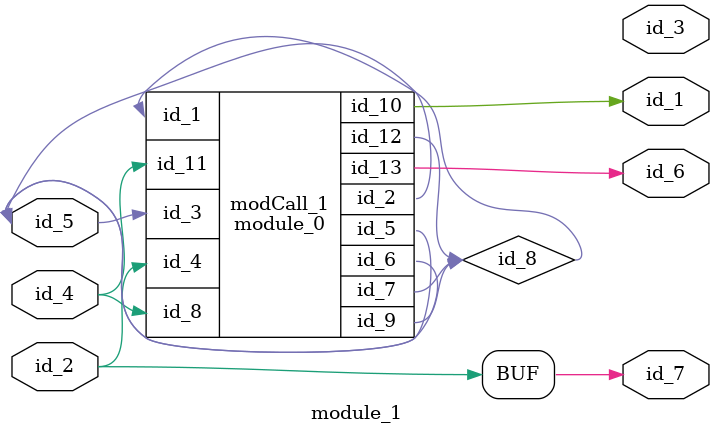
<source format=v>
module module_0 (
    id_1,
    id_2,
    id_3,
    id_4,
    id_5,
    id_6,
    id_7,
    id_8,
    id_9,
    id_10,
    id_11,
    id_12,
    id_13
);
  output wire id_13;
  inout wire id_12;
  input wire id_11;
  output wire id_10;
  inout wire id_9;
  input wire id_8;
  inout wire id_7;
  output wire id_6;
  inout wire id_5;
  input wire id_4;
  input wire id_3;
  inout wire id_2;
  input wire id_1;
  parameter id_14 = -1;
endmodule
module module_1 (
    id_1,
    id_2,
    id_3,
    id_4,
    id_5,
    id_6,
    id_7
);
  output wire id_7;
  output wire id_6;
  inout wire id_5;
  input wire id_4;
  output wire id_3;
  input wire id_2;
  output wire id_1;
  wire id_8;
  assign id_7 = id_2;
  module_0 modCall_1 (
      id_8,
      id_5,
      id_5,
      id_2,
      id_5,
      id_5,
      id_8,
      id_4,
      id_8,
      id_1,
      id_4,
      id_8,
      id_6
  );
endmodule

</source>
